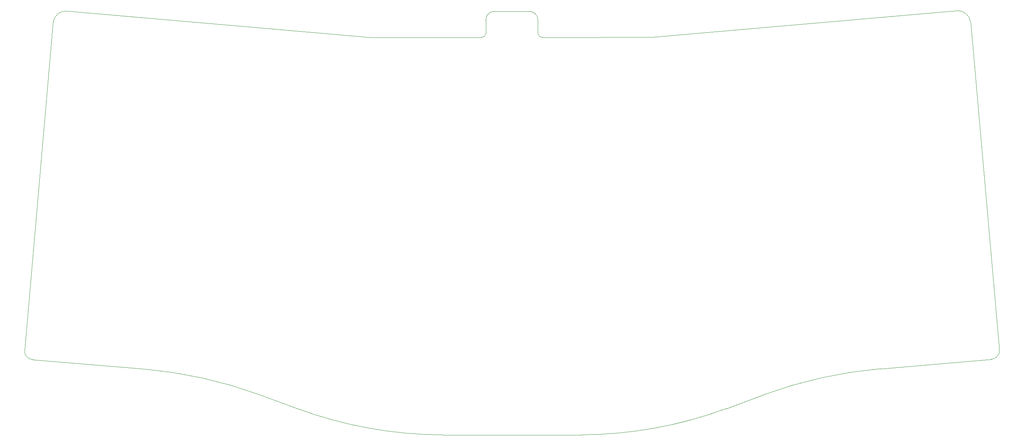
<source format=gbr>
%TF.GenerationSoftware,KiCad,Pcbnew,(6.0.6)*%
%TF.CreationDate,2022-07-22T10:15:02+02:00*%
%TF.ProjectId,knobdeavour,6b6e6f62-6465-4617-966f-75722e6b6963,1*%
%TF.SameCoordinates,Original*%
%TF.FileFunction,Profile,NP*%
%FSLAX46Y46*%
G04 Gerber Fmt 4.6, Leading zero omitted, Abs format (unit mm)*
G04 Created by KiCad (PCBNEW (6.0.6)) date 2022-07-22 10:15:02*
%MOMM*%
%LPD*%
G01*
G04 APERTURE LIST*
%TA.AperFunction,Profile*%
%ADD10C,0.100000*%
%TD*%
G04 APERTURE END LIST*
D10*
X169821287Y-128286047D02*
G75*
G03*
X202923690Y-122284997I-489587J96999247D01*
G01*
X41522057Y-108806424D02*
X48066180Y-33357686D01*
X146685101Y-36689695D02*
G75*
G03*
X147681003Y-35689313I-4001J999895D01*
G01*
X202923690Y-122284997D02*
X211673188Y-119055115D01*
X160737325Y-36685631D02*
X160681410Y-36685631D01*
X145339496Y-36692452D02*
X121331984Y-36695308D01*
X147681003Y-35689313D02*
X147679776Y-32686449D01*
X51313944Y-30628124D02*
G75*
G03*
X48066180Y-33357686I-258964J-2988826D01*
G01*
X149679776Y-30685632D02*
X157681410Y-30685632D01*
X256050841Y-30544452D02*
X186037783Y-36668865D01*
X104516062Y-122325208D02*
G75*
G03*
X137623357Y-128299191I33517538J91025408D01*
G01*
X41522096Y-108806427D02*
G75*
G03*
X43346463Y-110964947I1993104J-165673D01*
G01*
X146185566Y-36691760D02*
X146685101Y-36689713D01*
X146185566Y-36691760D02*
X145339496Y-36692452D01*
X104516060Y-122325213D02*
X95763925Y-119102483D01*
X259300923Y-33271354D02*
G75*
G03*
X256050841Y-30544452I-2988623J-261746D01*
G01*
X160737325Y-36685631D02*
X162030277Y-36685631D01*
X149679776Y-30685676D02*
G75*
G03*
X147679776Y-32686449I24J-2000024D01*
G01*
X238569698Y-113055879D02*
G75*
G03*
X211673188Y-119055115I8773302J-102626021D01*
G01*
X137623357Y-128299191D02*
X153777531Y-128367502D01*
X264083981Y-110874738D02*
X238569699Y-113055886D01*
X159681369Y-35685631D02*
G75*
G03*
X160681410Y-36685631I999931J-69D01*
G01*
X159681410Y-35685631D02*
X159681410Y-32685632D01*
X264083975Y-110874666D02*
G75*
G03*
X265906620Y-108714727I-170275J1992666D01*
G01*
X159681368Y-32685632D02*
G75*
G03*
X157681410Y-30685632I-2000068J-68D01*
G01*
X153777531Y-128367502D02*
X169821287Y-128286033D01*
X51313944Y-30628121D02*
X121331984Y-36695308D01*
X265906622Y-108714726D02*
X259300835Y-33271362D01*
X162030277Y-36685631D02*
X186037783Y-36668865D01*
X68862519Y-113125239D02*
X43346463Y-110964945D01*
X95763926Y-119102481D02*
G75*
G03*
X68862519Y-113125239I-35590726J-96655619D01*
G01*
M02*

</source>
